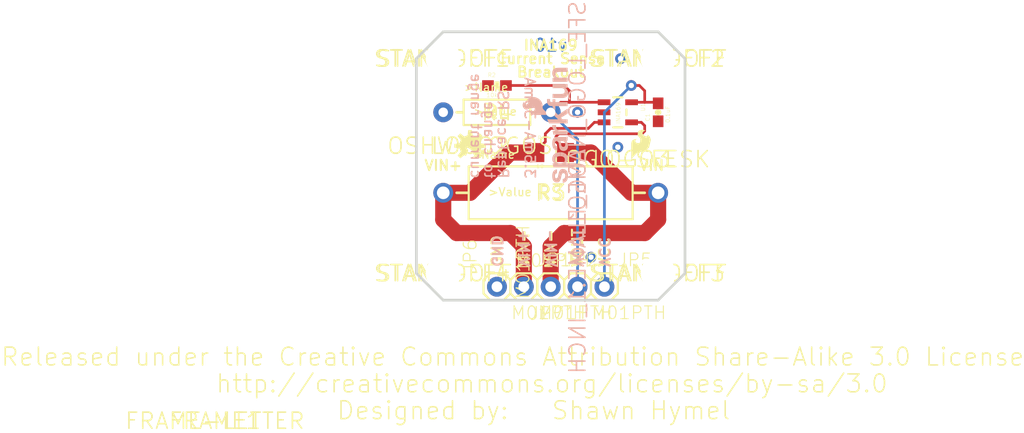
<source format=kicad_pcb>
(kicad_pcb (version 4) (host pcbnew "(2014-jul-16 BZR unknown)-product")

  (general
    (links 15)
    (no_connects 4)
    (area 107.982043 90.84056 168.990442 130.4786)
    (thickness 1.6)
    (drawings 36)
    (tracks 54)
    (zones 0)
    (modules 19)
    (nets 6)
  )

  (page A4)
  (layers
    (0 Top signal)
    (31 Bottom signal)
    (32 B.Adhes user)
    (33 F.Adhes user)
    (34 B.Paste user)
    (35 F.Paste user)
    (36 B.SilkS user)
    (37 F.SilkS user)
    (38 B.Mask user)
    (39 F.Mask user)
    (40 Dwgs.User user)
    (41 Cmts.User user)
    (42 Eco1.User user)
    (43 Eco2.User user)
    (44 Edge.Cuts user)
    (45 Margin user)
    (46 B.CrtYd user)
    (47 F.CrtYd user)
    (48 B.Fab user)
    (49 F.Fab user)
  )

  (setup
    (last_trace_width 0.254)
    (trace_clearance 0.2032)
    (zone_clearance 0.508)
    (zone_45_only no)
    (trace_min 0.254)
    (segment_width 0.2)
    (edge_width 0.15)
    (via_size 0.889)
    (via_drill 0.635)
    (via_min_size 0.889)
    (via_min_drill 0.508)
    (uvia_size 0.508)
    (uvia_drill 0.127)
    (uvias_allowed no)
    (uvia_min_size 0.508)
    (uvia_min_drill 0.127)
    (pcb_text_width 0.3)
    (pcb_text_size 1.5 1.5)
    (mod_edge_width 0.15)
    (mod_text_size 1.5 1.5)
    (mod_text_width 0.15)
    (pad_size 1.524 1.524)
    (pad_drill 0.762)
    (pad_to_mask_clearance 0.2)
    (aux_axis_origin 0 0)
    (visible_elements FFFFFF7F)
    (pcbplotparams
      (layerselection 0x00030_80000001)
      (usegerberextensions false)
      (excludeedgelayer true)
      (linewidth 0.100000)
      (plotframeref false)
      (viasonmask false)
      (mode 1)
      (useauxorigin false)
      (hpglpennumber 1)
      (hpglpenspeed 20)
      (hpglpendiameter 15)
      (hpglpenoverlay 2)
      (psnegative false)
      (psa4output false)
      (plotreference true)
      (plotvalue true)
      (plotinvisibletext false)
      (padsonsilk false)
      (subtractmaskfromsilk false)
      (outputformat 1)
      (mirror false)
      (drillshape 1)
      (scaleselection 1)
      (outputdirectory ""))
  )

  (net 0 "")
  (net 1 VIN+)
  (net 2 VIN-)
  (net 3 VOUT)
  (net 4 GND)
  (net 5 VCC)

  (net_class Default "This is the default net class."
    (clearance 0.2032)
    (trace_width 0.254)
    (via_dia 0.889)
    (via_drill 0.635)
    (uvia_dia 0.508)
    (uvia_drill 0.127)
    (add_net GND)
    (add_net VCC)
    (add_net VIN+)
    (add_net VIN-)
    (add_net VOUT)
  )

  (module CREATIVE_COMMONS (layer Top) (tedit 54A7BCCD) (tstamp 54A7BE9F)
    (at 116.7511 129.1336)
    (fp_text reference FRAME1 (at 0 0) (layer F.SilkS)
      (effects (font (thickness 0.15)))
    )
    (fp_text value FRAME-LETTER (at 0 0) (layer F.SilkS)
      (effects (font (thickness 0.15)))
    )
    (fp_text user "Released under the Creative Commons Attribution Share-Alike 3.0 License" (at -20.32 -5.08) (layer F.SilkS)
      (effects (font (size 1.6891 1.6891) (thickness 0.14224)) (justify left bottom))
    )
    (fp_text user http://creativecommons.org/licenses/by-sa/3.0 (at 0 -2.54) (layer F.SilkS)
      (effects (font (size 1.6891 1.6891) (thickness 0.14224)) (justify left bottom))
    )
    (fp_text user "Designed by:" (at 11.43 0) (layer F.SilkS)
      (effects (font (size 1.6891 1.6891) (thickness 0.14224)) (justify left bottom))
    )
  )

  (module SOT23-5 (layer Top) (tedit 54A7BCCD) (tstamp 54A7BEA5)
    (at 154.8511 99.9236 270)
    (descr "<b>Small Outline Transistor</b>")
    (fp_text reference U1 (at -0.889 -2.159 270) (layer F.SilkS)
      (effects (font (size 0.38608 0.38608) (thickness 0.032512)) (justify right top))
    )
    (fp_text value INA169 (at -0.9525 0.1905 270) (layer F.SilkS)
      (effects (font (size 0.38608 0.38608) (thickness 0.032512)) (justify right top))
    )
    (fp_line (start 1.4224 -0.4294) (end 1.4224 0.4294) (layer F.SilkS) (width 0.2032))
    (fp_line (start 1.4 0.8) (end -1.4 0.8) (layer Dwgs.User) (width 0.1524))
    (fp_line (start -1.4224 0.4294) (end -1.4224 -0.4294) (layer F.SilkS) (width 0.2032))
    (fp_line (start -1.4 -0.8) (end 1.4 -0.8) (layer Dwgs.User) (width 0.1524))
    (fp_line (start -0.2684 -0.8104) (end 0.2684 -0.8104) (layer F.SilkS) (width 0.2032))
    (fp_line (start 1.4 -0.8) (end 1.4 0.8) (layer Dwgs.User) (width 0.1524))
    (fp_line (start -1.4 -0.8) (end -1.4 0.8) (layer Dwgs.User) (width 0.1524))
    (fp_poly (pts (xy -1.2 1.5) (xy -0.7 1.5) (xy -0.7 0.85) (xy -1.2 0.85)) (layer Dwgs.User))
    (fp_poly (pts (xy -0.25 1.5) (xy 0.25 1.5) (xy 0.25 0.85) (xy -0.25 0.85)) (layer Dwgs.User))
    (fp_poly (pts (xy 0.7 1.5) (xy 1.2 1.5) (xy 1.2 0.85) (xy 0.7 0.85)) (layer Dwgs.User))
    (fp_poly (pts (xy 0.7 -0.85) (xy 1.2 -0.85) (xy 1.2 -1.5) (xy 0.7 -1.5)) (layer Dwgs.User))
    (fp_poly (pts (xy -1.2 -0.85) (xy -0.7 -0.85) (xy -0.7 -1.5) (xy -1.2 -1.5)) (layer Dwgs.User))
    (pad 1 smd rect (at -0.95 1.3001 270) (size 0.55 1.2) (layers Top F.Paste F.Mask)
      (net 3 VOUT))
    (pad 2 smd rect (at 0 1.3001 270) (size 0.55 1.2) (layers Top F.Paste F.Mask)
      (net 4 GND))
    (pad 3 smd rect (at 0.95 1.3001 270) (size 0.55 1.2) (layers Top F.Paste F.Mask)
      (net 1 VIN+))
    (pad 4 smd rect (at 0.95 -1.3001 270) (size 0.55 1.2) (layers Top F.Paste F.Mask)
      (net 2 VIN-))
    (pad 5 smd rect (at -0.95 -1.3001 270) (size 0.55 1.2) (layers Top F.Paste F.Mask)
      (net 5 VCC))
  )

  (module 1X01 (layer Top) (tedit 54A7BCCD) (tstamp 54A7BEB9)
    (at 145.9611 116.4336)
    (fp_text reference JP1 (at 1.1938 -1.8288) (layer F.SilkS)
      (effects (font (size 1.2065 1.2065) (thickness 0.1016)) (justify left bottom))
    )
    (fp_text value M01PTH (at -1.27 3.175) (layer F.SilkS)
      (effects (font (size 1.2065 1.2065) (thickness 0.1016)) (justify left bottom))
    )
    (fp_line (start 1.27 -0.635) (end 0.635 -1.27) (layer F.SilkS) (width 0.2032))
    (fp_line (start 0.635 -1.27) (end -0.635 -1.27) (layer F.SilkS) (width 0.2032))
    (fp_line (start -0.635 -1.27) (end -1.27 -0.635) (layer F.SilkS) (width 0.2032))
    (fp_line (start -1.27 -0.635) (end -1.27 0.635) (layer F.SilkS) (width 0.2032))
    (fp_line (start -1.27 0.635) (end -0.635 1.27) (layer F.SilkS) (width 0.2032))
    (fp_line (start -0.635 1.27) (end 0.635 1.27) (layer F.SilkS) (width 0.2032))
    (fp_line (start 0.635 1.27) (end 1.27 0.635) (layer F.SilkS) (width 0.2032))
    (fp_line (start 1.27 0.635) (end 1.27 -0.635) (layer F.SilkS) (width 0.2032))
    (fp_poly (pts (xy -0.254 0.254) (xy 0.254 0.254) (xy 0.254 -0.254) (xy -0.254 -0.254)) (layer Dwgs.User))
    (pad 1 thru_hole circle (at 0 0 90) (size 1.8796 1.8796) (drill 1.016) (layers *.Cu *.Mask)
      (net 1 VIN+))
  )

  (module 1X01 (layer Top) (tedit 54A7BCCD) (tstamp 54A7BEC6)
    (at 148.5011 116.4336)
    (fp_text reference JP2 (at 1.1938 -1.8288) (layer F.SilkS)
      (effects (font (size 1.2065 1.2065) (thickness 0.1016)) (justify left bottom))
    )
    (fp_text value M01PTH (at -1.27 3.175) (layer F.SilkS)
      (effects (font (size 1.2065 1.2065) (thickness 0.1016)) (justify left bottom))
    )
    (fp_line (start 1.27 -0.635) (end 0.635 -1.27) (layer F.SilkS) (width 0.2032))
    (fp_line (start 0.635 -1.27) (end -0.635 -1.27) (layer F.SilkS) (width 0.2032))
    (fp_line (start -0.635 -1.27) (end -1.27 -0.635) (layer F.SilkS) (width 0.2032))
    (fp_line (start -1.27 -0.635) (end -1.27 0.635) (layer F.SilkS) (width 0.2032))
    (fp_line (start -1.27 0.635) (end -0.635 1.27) (layer F.SilkS) (width 0.2032))
    (fp_line (start -0.635 1.27) (end 0.635 1.27) (layer F.SilkS) (width 0.2032))
    (fp_line (start 0.635 1.27) (end 1.27 0.635) (layer F.SilkS) (width 0.2032))
    (fp_line (start 1.27 0.635) (end 1.27 -0.635) (layer F.SilkS) (width 0.2032))
    (fp_poly (pts (xy -0.254 0.254) (xy 0.254 0.254) (xy 0.254 -0.254) (xy -0.254 -0.254)) (layer Dwgs.User))
    (pad 1 thru_hole circle (at 0 0 90) (size 1.8796 1.8796) (drill 1.016) (layers *.Cu *.Mask)
      (net 2 VIN-))
  )

  (module 1X01 (layer Top) (tedit 54A7BCCD) (tstamp 54A7BED3)
    (at 153.5811 116.4336)
    (fp_text reference JP5 (at 1.1938 -1.8288) (layer F.SilkS)
      (effects (font (size 1.2065 1.2065) (thickness 0.1016)) (justify left bottom))
    )
    (fp_text value M01PTH (at -1.27 3.175) (layer F.SilkS)
      (effects (font (size 1.2065 1.2065) (thickness 0.1016)) (justify left bottom))
    )
    (fp_line (start 1.27 -0.635) (end 0.635 -1.27) (layer F.SilkS) (width 0.2032))
    (fp_line (start 0.635 -1.27) (end -0.635 -1.27) (layer F.SilkS) (width 0.2032))
    (fp_line (start -0.635 -1.27) (end -1.27 -0.635) (layer F.SilkS) (width 0.2032))
    (fp_line (start -1.27 -0.635) (end -1.27 0.635) (layer F.SilkS) (width 0.2032))
    (fp_line (start -1.27 0.635) (end -0.635 1.27) (layer F.SilkS) (width 0.2032))
    (fp_line (start -0.635 1.27) (end 0.635 1.27) (layer F.SilkS) (width 0.2032))
    (fp_line (start 0.635 1.27) (end 1.27 0.635) (layer F.SilkS) (width 0.2032))
    (fp_line (start 1.27 0.635) (end 1.27 -0.635) (layer F.SilkS) (width 0.2032))
    (fp_poly (pts (xy -0.254 0.254) (xy 0.254 0.254) (xy 0.254 -0.254) (xy -0.254 -0.254)) (layer Dwgs.User))
    (pad 1 thru_hole circle (at 0 0 90) (size 1.8796 1.8796) (drill 1.016) (layers *.Cu *.Mask)
      (net 5 VCC))
  )

  (module 1X01 (layer Top) (tedit 54A7BCCD) (tstamp 54A7BEE0)
    (at 143.4211 116.4336 90)
    (fp_text reference JP6 (at 1.1938 -1.8288 90) (layer F.SilkS)
      (effects (font (size 1.2065 1.2065) (thickness 0.1016)) (justify left bottom))
    )
    (fp_text value M01PTH (at -1.27 3.175 90) (layer F.SilkS)
      (effects (font (size 1.2065 1.2065) (thickness 0.1016)) (justify left bottom))
    )
    (fp_line (start 1.27 -0.635) (end 0.635 -1.27) (layer F.SilkS) (width 0.2032))
    (fp_line (start 0.635 -1.27) (end -0.635 -1.27) (layer F.SilkS) (width 0.2032))
    (fp_line (start -0.635 -1.27) (end -1.27 -0.635) (layer F.SilkS) (width 0.2032))
    (fp_line (start -1.27 -0.635) (end -1.27 0.635) (layer F.SilkS) (width 0.2032))
    (fp_line (start -1.27 0.635) (end -0.635 1.27) (layer F.SilkS) (width 0.2032))
    (fp_line (start -0.635 1.27) (end 0.635 1.27) (layer F.SilkS) (width 0.2032))
    (fp_line (start 0.635 1.27) (end 1.27 0.635) (layer F.SilkS) (width 0.2032))
    (fp_line (start 1.27 0.635) (end 1.27 -0.635) (layer F.SilkS) (width 0.2032))
    (fp_poly (pts (xy -0.254 0.254) (xy 0.254 0.254) (xy 0.254 -0.254) (xy -0.254 -0.254)) (layer Dwgs.User))
    (pad 1 thru_hole circle (at 0 0 180) (size 1.8796 1.8796) (drill 1.016) (layers *.Cu *.Mask)
      (net 4 GND))
  )

  (module 1X01 (layer Top) (tedit 54A7BCCD) (tstamp 54A7BEED)
    (at 151.0411 116.4336 180)
    (fp_text reference JP7 (at 1.1938 -1.8288 180) (layer F.SilkS)
      (effects (font (size 1.2065 1.2065) (thickness 0.1016)) (justify right top))
    )
    (fp_text value M01PTH (at -1.27 3.175 180) (layer F.SilkS)
      (effects (font (size 1.2065 1.2065) (thickness 0.1016)) (justify right top))
    )
    (fp_line (start 1.27 -0.635) (end 0.635 -1.27) (layer F.SilkS) (width 0.2032))
    (fp_line (start 0.635 -1.27) (end -0.635 -1.27) (layer F.SilkS) (width 0.2032))
    (fp_line (start -0.635 -1.27) (end -1.27 -0.635) (layer F.SilkS) (width 0.2032))
    (fp_line (start -1.27 -0.635) (end -1.27 0.635) (layer F.SilkS) (width 0.2032))
    (fp_line (start -1.27 0.635) (end -0.635 1.27) (layer F.SilkS) (width 0.2032))
    (fp_line (start -0.635 1.27) (end 0.635 1.27) (layer F.SilkS) (width 0.2032))
    (fp_line (start 0.635 1.27) (end 1.27 0.635) (layer F.SilkS) (width 0.2032))
    (fp_line (start 1.27 0.635) (end 1.27 -0.635) (layer F.SilkS) (width 0.2032))
    (fp_poly (pts (xy -0.254 0.254) (xy 0.254 0.254) (xy 0.254 -0.254) (xy -0.254 -0.254)) (layer Dwgs.User))
    (pad 1 thru_hole circle (at 0 0 270) (size 1.8796 1.8796) (drill 1.016) (layers *.Cu *.Mask)
      (net 3 VOUT))
  )

  (module 0603-CAP (layer Top) (tedit 54A7BCCD) (tstamp 54A7BEFA)
    (at 158.6611 99.9236 90)
    (fp_text reference C1 (at -0.889 -0.762 90) (layer F.SilkS)
      (effects (font (size 0.38608 0.38608) (thickness 0.032512)) (justify left bottom))
    )
    (fp_text value 0.1uF (at -1.016 1.143 90) (layer F.SilkS)
      (effects (font (size 0.38608 0.38608) (thickness 0.032512)) (justify left bottom))
    )
    (fp_line (start -0.356 -0.432) (end 0.356 -0.432) (layer Dwgs.User) (width 0.1016))
    (fp_line (start -0.356 0.419) (end 0.356 0.419) (layer Dwgs.User) (width 0.1016))
    (fp_line (start 0 -0.0305) (end 0 0.0305) (layer F.SilkS) (width 0.5588))
    (fp_poly (pts (xy -0.8382 0.4699) (xy -0.3381 0.4699) (xy -0.3381 -0.4801) (xy -0.8382 -0.4801)) (layer Dwgs.User))
    (fp_poly (pts (xy 0.3302 0.4699) (xy 0.8303 0.4699) (xy 0.8303 -0.4801) (xy 0.3302 -0.4801)) (layer Dwgs.User))
    (fp_poly (pts (xy -0.1999 0.3) (xy 0.1999 0.3) (xy 0.1999 -0.3) (xy -0.1999 -0.3)) (layer F.Adhes))
    (pad 1 smd rect (at -0.85 0 90) (size 1.1 1) (layers Top F.Paste F.Mask)
      (net 4 GND))
    (pad 2 smd rect (at 0.85 0 90) (size 1.1 1) (layers Top F.Paste F.Mask)
      (net 5 VCC))
  )

  (module STAND-OFF (layer Top) (tedit 54A7BCCD) (tstamp 54A7BF05)
    (at 138.3411 94.8436)
    (descr "<b>Stand Off</b><p> This is the mechanical footprint for a #4 phillips button head screw. Use the keepout ring to avoid running the screw head into surrounding components. SKU : PRT-00447")
    (fp_text reference STANDOFF1 (at 0 0) (layer F.SilkS)
      (effects (font (thickness 0.15)))
    )
    (fp_text value STAND-OFF (at 0 0) (layer F.SilkS)
      (effects (font (thickness 0.15)))
    )
    (fp_circle (center 0 0) (end 2.794 0) (layer Cmts.User) (width 0.127))
    (pad "" np_thru_hole circle (at 0 0) (size 3.302 3.302) (drill 3.302) (layers *.Cu))
  )

  (module STAND-OFF (layer Top) (tedit 54A7BCCD) (tstamp 54A7BF0A)
    (at 158.6611 94.8436)
    (descr "<b>Stand Off</b><p> This is the mechanical footprint for a #4 phillips button head screw. Use the keepout ring to avoid running the screw head into surrounding components. SKU : PRT-00447")
    (fp_text reference STANDOFF2 (at 0 0) (layer F.SilkS)
      (effects (font (thickness 0.15)))
    )
    (fp_text value STAND-OFF (at 0 0) (layer F.SilkS)
      (effects (font (thickness 0.15)))
    )
    (fp_circle (center 0 0) (end 2.794 0) (layer Cmts.User) (width 0.127))
    (pad "" np_thru_hole circle (at 0 0) (size 3.302 3.302) (drill 3.302) (layers *.Cu))
  )

  (module STAND-OFF (layer Top) (tedit 54A7BCCD) (tstamp 54A7BF0F)
    (at 158.6611 115.1636)
    (descr "<b>Stand Off</b><p> This is the mechanical footprint for a #4 phillips button head screw. Use the keepout ring to avoid running the screw head into surrounding components. SKU : PRT-00447")
    (fp_text reference STANDOFF3 (at 0 0) (layer F.SilkS)
      (effects (font (thickness 0.15)))
    )
    (fp_text value STAND-OFF (at 0 0) (layer F.SilkS)
      (effects (font (thickness 0.15)))
    )
    (fp_circle (center 0 0) (end 2.794 0) (layer Cmts.User) (width 0.127))
    (pad "" np_thru_hole circle (at 0 0) (size 3.302 3.302) (drill 3.302) (layers *.Cu))
  )

  (module STAND-OFF (layer Top) (tedit 54A7BCCD) (tstamp 54A7BF14)
    (at 138.3411 115.1636)
    (descr "<b>Stand Off</b><p> This is the mechanical footprint for a #4 phillips button head screw. Use the keepout ring to avoid running the screw head into surrounding components. SKU : PRT-00447")
    (fp_text reference STANDOFF4 (at 0 0) (layer F.SilkS)
      (effects (font (thickness 0.15)))
    )
    (fp_text value STAND-OFF (at 0 0) (layer F.SilkS)
      (effects (font (thickness 0.15)))
    )
    (fp_circle (center 0 0) (end 2.794 0) (layer Cmts.User) (width 0.127))
    (pad "" np_thru_hole circle (at 0 0) (size 3.302 3.302) (drill 3.302) (layers *.Cu))
  )

  (module SFE_LOGO_NAME_FLAME_.1 (layer Bottom) (tedit 54A7BCCD) (tstamp 54A7BF19)
    (at 151.0411 107.0356 90)
    (fp_text reference LOGO1 (at 0 0 90) (layer B.SilkS)
      (effects (font (thickness 0.15)) (justify mirror))
    )
    (fp_text value SFE_LOGO_NAME_FLAME.1_INCH (at 0 0 90) (layer B.SilkS)
      (effects (font (thickness 0.15)) (justify mirror))
    )
    (fp_poly (pts (xy 0.81 -1.4) (xy 0.81 -1.34) (xy 0.83 -1.29) (xy 0.86 -1.25)
      (xy 0.9 -1.22) (xy 0.94 -1.19) (xy 1 -1.18) (xy 1.05 -1.17)
      (xy 1.11 -1.16) (xy 1.15 -1.17) (xy 1.19 -1.17) (xy 1.23 -1.18)
      (xy 1.27 -1.2) (xy 1.31 -1.23) (xy 1.34 -1.26) (xy 1.35 -1.3)
      (xy 1.36 -1.34) (xy 1.35 -1.38) (xy 1.33 -1.42) (xy 1.29 -1.45)
      (xy 1.24 -1.48) (xy 1.18 -1.5) (xy 1.1 -1.52) (xy 1.02 -1.54)
      (xy 0.92 -1.56) (xy 0.83 -1.58) (xy 0.75 -1.61) (xy 0.68 -1.64)
      (xy 0.61 -1.68) (xy 0.55 -1.72) (xy 0.51 -1.78) (xy 0.48 -1.85)
      (xy 0.47 -1.94) (xy 0.48 -2.06) (xy 0.52 -2.16) (xy 0.59 -2.24)
      (xy 0.66 -2.3) (xy 0.76 -2.35) (xy 0.86 -2.37) (xy 0.97 -2.39)
      (xy 1.09 -2.39) (xy 1.2 -2.39) (xy 1.31 -2.37) (xy 1.41 -2.34)
      (xy 1.5 -2.3) (xy 1.58 -2.24) (xy 1.64 -2.16) (xy 1.69 -2.06)
      (xy 1.71 -1.94) (xy 1.66 -1.94) (xy 1.62 -1.94) (xy 1.57 -1.94)
      (xy 1.53 -1.94) (xy 1.48 -1.94) (xy 1.43 -1.94) (xy 1.39 -1.94)
      (xy 1.34 -1.94) (xy 1.33 -1.99) (xy 1.31 -2.04) (xy 1.29 -2.07)
      (xy 1.26 -2.09) (xy 1.22 -2.11) (xy 1.17 -2.13) (xy 1.13 -2.13)
      (xy 1.08 -2.13) (xy 1.04 -2.13) (xy 1 -2.13) (xy 0.97 -2.12)
      (xy 0.93 -2.11) (xy 0.9 -2.1) (xy 0.88 -2.07) (xy 0.86 -2.04)
      (xy 0.86 -2) (xy 0.87 -1.96) (xy 0.9 -1.92) (xy 0.94 -1.89)
      (xy 1 -1.86) (xy 1.06 -1.84) (xy 1.14 -1.83) (xy 1.22 -1.81)
      (xy 1.3 -1.79) (xy 1.38 -1.77) (xy 1.47 -1.75) (xy 1.54 -1.71)
      (xy 1.61 -1.67) (xy 1.67 -1.62) (xy 1.71 -1.56) (xy 1.74 -1.49)
      (xy 1.75 -1.4) (xy 1.73 -1.27) (xy 1.69 -1.16) (xy 1.63 -1.08)
      (xy 1.55 -1.01) (xy 1.45 -0.96) (xy 1.34 -0.93) (xy 1.22 -0.91)
      (xy 1.1 -0.9) (xy 0.98 -0.91) (xy 0.86 -0.93) (xy 0.75 -0.96)
      (xy 0.65 -1.01) (xy 0.57 -1.08) (xy 0.5 -1.17) (xy 0.46 -1.27)
      (xy 0.44 -1.4) (xy 0.48 -1.4) (xy 0.53 -1.4) (xy 0.58 -1.4)
      (xy 0.62 -1.4) (xy 0.67 -1.4) (xy 0.71 -1.4) (xy 0.76 -1.4)) (layer B.SilkS))
    (fp_poly (pts (xy 2.91 -1.4) (xy 2.94 -1.48) (xy 2.95 -1.56) (xy 2.95 -1.64)
      (xy 3.34 -1.63) (xy 3.33 -1.49) (xy 3.3 -1.36) (xy 3.25 -1.24)) (layer B.SilkS))
    (fp_poly (pts (xy 3.25 -1.24) (xy 3.19 -1.13) (xy 3.1 -1.04) (xy 2.99 -0.96)
      (xy 2.87 -0.92) (xy 2.72 -0.9) (xy 2.66 -0.91) (xy 2.6 -0.92)
      (xy 2.54 -0.93) (xy 2.48 -0.96) (xy 2.43 -0.99) (xy 2.38 -1.02)
      (xy 2.34 -1.07) (xy 2.3 -1.12) (xy 2.29 -1.12) (xy 2.29 -0.99)
      (xy 2.29 -0.86) (xy 2.29 -0.74) (xy 2.29 -0.61) (xy 2.29 -0.48)
      (xy 2.29 -0.35) (xy 2.29 -0.23) (xy 2.29 -0.1) (xy 2.25 -0.14)
      (xy 2.2 -0.19) (xy 2.15 -0.23) (xy 2.1 -0.27) (xy 2.05 -0.31)
      (xy 2 -0.36) (xy 1.96 -0.4) (xy 1.91 -0.44) (xy 1.91 -0.68)
      (xy 1.91 -0.91) (xy 1.91 -1.14) (xy 1.91 -1.37) (xy 1.91 -1.6)
      (xy 1.91 -1.83) (xy 1.91 -2.06) (xy 1.91 -2.29) (xy 1.95 -2.3)
      (xy 2 -2.31) (xy 2.05 -2.31) (xy 2.09 -2.32) (xy 2.14 -2.33)
      (xy 2.18 -2.34) (xy 2.23 -2.35) (xy 2.28 -2.36) (xy 2.28 -2.33)
      (xy 2.28 -2.31) (xy 2.28 -2.29) (xy 2.28 -2.27) (xy 2.28 -2.24)
      (xy 2.28 -2.22) (xy 2.28 -2.2) (xy 2.28 -2.18) (xy 2.32 -2.23)
      (xy 2.36 -2.27) (xy 2.41 -2.31) (xy 2.46 -2.34) (xy 2.51 -2.37)
      (xy 2.57 -2.38) (xy 2.63 -2.39) (xy 2.7 -2.39) (xy 2.85 -2.38)
      (xy 2.99 -2.33) (xy 3.1 -2.26) (xy 3.19 -2.16) (xy 3.26 -2.05)
      (xy 3.3 -1.92) (xy 3.33 -1.78) (xy 3.34 -1.63) (xy 2.95 -1.64)
      (xy 2.95 -1.73) (xy 2.94 -1.81) (xy 2.91 -1.89) (xy 2.88 -1.96)
      (xy 2.83 -2.02) (xy 2.77 -2.06) (xy 2.7 -2.09) (xy 2.61 -2.1)
      (xy 2.53 -2.09) (xy 2.45 -2.06) (xy 2.4 -2.02) (xy 2.35 -1.96)
      (xy 2.32 -1.89) (xy 2.29 -1.81) (xy 2.28 -1.73) (xy 2.28 -1.64)
      (xy 2.28 -1.56) (xy 2.3 -1.48) (xy 2.32 -1.4) (xy 2.35 -1.33)
      (xy 2.4 -1.28) (xy 2.46 -1.23) (xy 2.53 -1.21) (xy 2.62 -1.2)
      (xy 2.7 -1.21) (xy 2.78 -1.23) (xy 2.84 -1.28) (xy 2.88 -1.33)
      (xy 2.91 -1.4)) (layer B.SilkS))
    (fp_poly (pts (xy 3.93 -1.75) (xy 4.02 -1.76) (xy 4.11 -1.77) (xy 4.18 -1.78)
      (xy 4.23 -1.58) (xy 4.21 -1.57) (xy 4.19 -1.57) (xy 4.16 -1.56)
      (xy 4.14 -1.56) (xy 4.12 -1.56) (xy 4.09 -1.55) (xy 4.07 -1.55)
      (xy 4.05 -1.55) (xy 4.03 -1.54) (xy 4.01 -1.54)) (layer B.SilkS))
    (fp_poly (pts (xy 4.01 -1.54) (xy 3.98 -1.53) (xy 3.96 -1.52) (xy 3.95 -1.51)
      (xy 3.93 -1.5) (xy 3.91 -1.49) (xy 3.9 -1.48) (xy 3.88 -1.47)
      (xy 3.87 -1.45) (xy 3.86 -1.43) (xy 3.85 -1.41) (xy 3.85 -1.39)
      (xy 3.84 -1.37) (xy 3.84 -1.34) (xy 3.84 -1.32) (xy 3.85 -1.29)
      (xy 3.85 -1.27) (xy 3.86 -1.25) (xy 3.87 -1.24) (xy 3.88 -1.22)
      (xy 3.9 -1.21) (xy 3.91 -1.2) (xy 3.93 -1.19) (xy 3.95 -1.18)
      (xy 3.97 -1.18) (xy 3.99 -1.17) (xy 4.01 -1.17) (xy 4.03 -1.16)
      (xy 4.06 -1.16) (xy 4.08 -1.16) (xy 4.13 -1.17) (xy 4.18 -1.17)
      (xy 4.22 -1.19) (xy 4.26 -1.2) (xy 4.29 -1.22) (xy 4.31 -1.24)
      (xy 4.33 -1.27) (xy 4.35 -1.29) (xy 4.36 -1.32) (xy 4.37 -1.35)
      (xy 4.38 -1.37) (xy 4.39 -1.4) (xy 4.39 -1.43) (xy 4.39 -1.45)
      (xy 4.39 -1.47) (xy 4.39 -1.49) (xy 4.39 -1.5) (xy 4.39 -1.51)
      (xy 4.39 -1.52) (xy 4.39 -1.53) (xy 4.39 -1.54) (xy 4.39 -1.55)
      (xy 4.39 -1.56) (xy 4.39 -1.57) (xy 4.39 -1.58) (xy 4.39 -1.59)
      (xy 4.39 -1.6) (xy 4.39 -1.61) (xy 4.39 -1.62) (xy 4.39 -1.63)
      (xy 4.38 -1.62) (xy 4.37 -1.61) (xy 4.35 -1.61) (xy 4.33 -1.6)
      (xy 4.31 -1.59) (xy 4.29 -1.59) (xy 4.27 -1.58) (xy 4.25 -1.58)
      (xy 4.23 -1.58) (xy 4.18 -1.78) (xy 4.25 -1.8) (xy 4.31 -1.82)
      (xy 4.36 -1.85) (xy 4.39 -1.89) (xy 4.39 -1.94) (xy 4.39 -1.97)
      (xy 4.39 -2) (xy 4.38 -2.02) (xy 4.37 -2.04) (xy 4.36 -2.06)
      (xy 4.35 -2.07) (xy 4.34 -2.09) (xy 4.32 -2.1) (xy 4.3 -2.11)
      (xy 4.28 -2.12) (xy 4.26 -2.12) (xy 4.24 -2.13) (xy 4.22 -2.13)
      (xy 4.19 -2.13) (xy 4.17 -2.13) (xy 4.14 -2.13) (xy 4.12 -2.13)
      (xy 4.09 -2.13) (xy 4.06 -2.13) (xy 4.04 -2.12) (xy 4.02 -2.11)
      (xy 4 -2.1) (xy 3.98 -2.09) (xy 3.96 -2.08) (xy 3.95 -2.07)
      (xy 3.93 -2.05) (xy 3.92 -2.04) (xy 3.91 -2.02) (xy 3.9 -1.99)
      (xy 3.89 -1.97) (xy 3.89 -1.95) (xy 3.89 -1.92) (xy 3.86 -1.92)
      (xy 3.84 -1.92) (xy 3.81 -1.92) (xy 3.79 -1.92) (xy 3.76 -1.92)
      (xy 3.74 -1.92) (xy 3.72 -1.92) (xy 3.69 -1.92) (xy 3.67 -1.92)
      (xy 3.64 -1.92) (xy 3.62 -1.92) (xy 3.59 -1.92) (xy 3.57 -1.92)
      (xy 3.55 -1.92) (xy 3.52 -1.92) (xy 3.5 -1.92) (xy 3.51 -1.98)
      (xy 3.52 -2.04) (xy 3.54 -2.1) (xy 3.57 -2.14) (xy 3.6 -2.19)
      (xy 3.63 -2.23) (xy 3.67 -2.26) (xy 3.72 -2.29) (xy 3.77 -2.32)
      (xy 3.82 -2.34) (xy 3.87 -2.35) (xy 3.93 -2.37) (xy 3.99 -2.38)
      (xy 4.04 -2.39) (xy 4.1 -2.39) (xy 4.16 -2.39) (xy 4.22 -2.39)
      (xy 4.27 -2.39) (xy 4.32 -2.38) (xy 4.38 -2.38) (xy 4.43 -2.37)
      (xy 4.48 -2.35) (xy 4.53 -2.34) (xy 4.58 -2.32) (xy 4.62 -2.29)
      (xy 4.66 -2.26) (xy 4.7 -2.23) (xy 4.73 -2.19) (xy 4.75 -2.15)
      (xy 4.77 -2.1) (xy 4.78 -2.05) (xy 4.78 -1.99) (xy 4.78 -1.94)
      (xy 4.78 -1.9) (xy 4.78 -1.85) (xy 4.78 -1.8) (xy 4.78 -1.76)
      (xy 4.78 -1.71) (xy 4.78 -1.67) (xy 4.78 -1.62) (xy 4.78 -1.57)
      (xy 4.78 -1.53) (xy 4.78 -1.48) (xy 4.78 -1.44) (xy 4.78 -1.39)
      (xy 4.78 -1.34) (xy 4.78 -1.3) (xy 4.78 -1.25) (xy 4.78 -1.23)
      (xy 4.78 -1.2) (xy 4.78 -1.18) (xy 4.79 -1.16) (xy 4.79 -1.13)
      (xy 4.79 -1.11) (xy 4.79 -1.09) (xy 4.79 -1.07) (xy 4.8 -1.05)
      (xy 4.8 -1.03) (xy 4.81 -1.01) (xy 4.81 -0.99) (xy 4.81 -0.98)
      (xy 4.82 -0.96) (xy 4.83 -0.95) (xy 4.83 -0.94) (xy 4.81 -0.94)
      (xy 4.78 -0.94) (xy 4.76 -0.94) (xy 4.73 -0.94) (xy 4.71 -0.94)
      (xy 4.68 -0.94) (xy 4.66 -0.94) (xy 4.64 -0.94) (xy 4.61 -0.94)
      (xy 4.59 -0.94) (xy 4.56 -0.94) (xy 4.54 -0.94) (xy 4.51 -0.94)
      (xy 4.49 -0.94) (xy 4.46 -0.94) (xy 4.44 -0.94) (xy 4.44 -0.95)
      (xy 4.43 -0.96) (xy 4.43 -0.97) (xy 4.42 -0.98) (xy 4.42 -0.99)
      (xy 4.42 -1) (xy 4.42 -1.01) (xy 4.41 -1.02) (xy 4.41 -1.03)
      (xy 4.41 -1.04) (xy 4.41 -1.05) (xy 4.41 -1.06) (xy 4.41 -1.07)
      (xy 4.41 -1.08) (xy 4.39 -1.05) (xy 4.36 -1.03) (xy 4.34 -1.01)
      (xy 4.31 -0.99) (xy 4.28 -0.98) (xy 4.25 -0.96) (xy 4.22 -0.95)
      (xy 4.19 -0.94) (xy 4.16 -0.93) (xy 4.13 -0.92) (xy 4.1 -0.92)
      (xy 4.07 -0.91) (xy 4.03 -0.91) (xy 4 -0.9) (xy 3.97 -0.9)
      (xy 3.94 -0.9) (xy 3.89 -0.9) (xy 3.84 -0.91) (xy 3.79 -0.91)
      (xy 3.75 -0.92) (xy 3.7 -0.94) (xy 3.66 -0.96) (xy 3.63 -0.98)
      (xy 3.59 -1) (xy 3.56 -1.03) (xy 3.54 -1.06) (xy 3.51 -1.1)
      (xy 3.49 -1.13) (xy 3.48 -1.18) (xy 3.46 -1.22) (xy 3.46 -1.27)
      (xy 3.45 -1.32) (xy 3.47 -1.43) (xy 3.5 -1.52) (xy 3.54 -1.59)
      (xy 3.61 -1.65) (xy 3.68 -1.69) (xy 3.76 -1.72) (xy 3.84 -1.74)
      (xy 3.93 -1.75)) (layer B.SilkS))
    (fp_poly (pts (xy 5 -2.29) (xy 5.05 -2.3) (xy 5.09 -2.31) (xy 5.14 -2.31)
      (xy 5.19 -2.32) (xy 5.23 -2.33) (xy 5.28 -2.34) (xy 5.33 -2.35)
      (xy 5.37 -2.36) (xy 5.37 -2.32) (xy 5.37 -2.29) (xy 5.37 -2.26)
      (xy 5.37 -2.22) (xy 5.37 -2.19) (xy 5.37 -2.16) (xy 5.37 -2.13)
      (xy 5.37 -2.09) (xy 5.41 -2.16) (xy 5.45 -2.21) (xy 5.5 -2.27)
      (xy 5.55 -2.31) (xy 5.62 -2.35) (xy 5.68 -2.37) (xy 5.75 -2.39)
      (xy 5.83 -2.39) (xy 5.84 -2.39) (xy 5.85 -2.39) (xy 5.86 -2.39)
      (xy 5.87 -2.39) (xy 5.88 -2.39) (xy 5.89 -2.39) (xy 5.9 -2.38)
      (xy 5.91 -2.38) (xy 5.91 -2.33) (xy 5.91 -2.29) (xy 5.91 -2.24)
      (xy 5.91 -2.2) (xy 5.91 -2.15) (xy 5.91 -2.11) (xy 5.91 -2.06)
      (xy 5.91 -2.02) (xy 5.9 -2.02) (xy 5.88 -2.03) (xy 5.86 -2.03)
      (xy 5.84 -2.03) (xy 5.83 -2.03) (xy 5.81 -2.03) (xy 5.79 -2.03)
      (xy 5.77 -2.03) (xy 5.67 -2.02) (xy 5.59 -2) (xy 5.52 -1.96)
      (xy 5.47 -1.9) (xy 5.43 -1.83) (xy 5.41 -1.76) (xy 5.39 -1.67)
      (xy 5.39 -1.58) (xy 5.39 -1.5) (xy 5.39 -1.42) (xy 5.39 -1.34)
      (xy 5.39 -1.26) (xy 5.39 -1.18) (xy 5.39 -1.1) (xy 5.39 -1.02)
      (xy 5.39 -0.94) (xy 5.34 -0.94) (xy 5.29 -0.94) (xy 5.24 -0.94)
      (xy 5.19 -0.94) (xy 5.14 -0.94) (xy 5.1 -0.94) (xy 5.05 -0.94)
      (xy 5 -0.94) (xy 5 -1.11) (xy 5 -1.28) (xy 5 -1.45)
      (xy 5 -1.62) (xy 5 -1.78) (xy 5 -1.95) (xy 5 -2.12)) (layer B.SilkS))
    (fp_poly (pts (xy 6.06 -2.68) (xy 6.45 -2.89) (xy 6.45 -1.85) (xy 6.94 -2.36)
      (xy 7.4 -2.36) (xy 6.87 -1.84) (xy 7.46 -0.94) (xy 6.99 -0.94)
      (xy 6.6 -1.57) (xy 6.45 -1.43) (xy 6.45 -0.94) (xy 6.06 -0.94)) (layer B.SilkS))
    (fp_poly (pts (xy 7.7 -2.1) (xy 7.65 -2.1) (xy 7.6 -2.1) (xy 7.55 -2.1)
      (xy 7.51 -2.1) (xy 7.46 -2.1) (xy 7.41 -2.1) (xy 7.36 -2.1)
      (xy 7.31 -2.1) (xy 7.35 -2.13) (xy 7.38 -2.16) (xy 7.41 -2.19)
      (xy 7.45 -2.23) (xy 7.48 -2.26) (xy 7.51 -2.29) (xy 7.55 -2.32)
      (xy 7.58 -2.36) (xy 7.59 -2.36) (xy 7.61 -2.36) (xy 7.62 -2.36)
      (xy 7.64 -2.36) (xy 7.65 -2.36) (xy 7.67 -2.36) (xy 7.68 -2.36)
      (xy 7.7 -2.36) (xy 7.7 -2.37) (xy 7.7 -2.38) (xy 7.7 -2.4)
      (xy 7.7 -2.41) (xy 7.7 -2.42) (xy 7.7 -2.44) (xy 7.7 -2.45)
      (xy 7.7 -2.46) (xy 7.7 -2.56) (xy 7.73 -2.64) (xy 7.76 -2.71)
      (xy 7.81 -2.77) (xy 7.88 -2.82) (xy 7.96 -2.86) (xy 8.06 -2.89)
      (xy 8.17 -2.89) (xy 8.2 -2.89) (xy 8.22 -2.89) (xy 8.25 -2.89)
      (xy 8.27 -2.89) (xy 8.3 -2.89) (xy 8.32 -2.89) (xy 8.35 -2.89)
      (xy 8.37 -2.88) (xy 8.37 -2.85) (xy 8.37 -2.81) (xy 8.37 -2.78)
      (xy 8.37 -2.74) (xy 8.37 -2.7) (xy 8.37 -2.67) (xy 8.37 -2.63)
      (xy 8.37 -2.6) (xy 8.36 -2.6) (xy 8.34 -2.6) (xy 8.32 -2.6)
      (xy 8.3 -2.6) (xy 8.29 -2.6) (xy 8.27 -2.6) (xy 8.25 -2.6)
      (xy 8.23 -2.6) (xy 8.2 -2.6) (xy 8.16 -2.59) (xy 8.14 -2.58)
      (xy 8.12 -2.57) (xy 8.1 -2.54) (xy 8.09 -2.52) (xy 8.09 -2.48)
      (xy 8.08 -2.44) (xy 8.08 -2.43) (xy 8.08 -2.42) (xy 8.08 -2.41)
      (xy 8.08 -2.4) (xy 8.08 -2.39) (xy 8.08 -2.38) (xy 8.08 -2.37)
      (xy 8.08 -2.36) (xy 8.12 -2.36) (xy 8.15 -2.36) (xy 8.19 -2.36)
      (xy 8.22 -2.36) (xy 8.25 -2.36) (xy 8.29 -2.36) (xy 8.32 -2.36)
      (xy 8.35 -2.36) (xy 8.35 -2.32) (xy 8.35 -2.29) (xy 8.35 -2.26)
      (xy 8.35 -2.23) (xy 8.35 -2.19) (xy 8.35 -2.16) (xy 8.35 -2.13)
      (xy 8.35 -2.1) (xy 8.32 -2.1) (xy 8.29 -2.1) (xy 8.25 -2.1)
      (xy 8.22 -2.1) (xy 8.19 -2.1) (xy 8.15 -2.1) (xy 8.12 -2.1)
      (xy 8.08 -2.1) (xy 8.08 -1.95) (xy 8.08 -1.81) (xy 8.08 -1.66)
      (xy 8.08 -1.52) (xy 8.08 -1.37) (xy 8.08 -1.23) (xy 8.08 -1.09)
      (xy 8.08 -0.94) (xy 8.04 -0.94) (xy 7.99 -0.94) (xy 7.94 -0.94)
      (xy 7.89 -0.94) (xy 7.84 -0.94) (xy 7.79 -0.94) (xy 7.74 -0.94)
      (xy 7.7 -0.94) (xy 7.7 -1.09) (xy 7.7 -1.23) (xy 7.7 -1.37)
      (xy 7.7 -1.52) (xy 7.7 -1.66) (xy 7.7 -1.81) (xy 7.7 -1.95)) (layer B.SilkS))
    (fp_poly (pts (xy 9.79 -0.94) (xy 9.74 -0.94) (xy 9.7 -0.94) (xy 9.65 -0.94)
      (xy 9.6 -0.94) (xy 9.56 -0.94) (xy 9.51 -0.94) (xy 9.47 -0.94)
      (xy 9.42 -0.94) (xy 9.42 -0.97) (xy 9.42 -0.99) (xy 9.42 -1.02)
      (xy 9.42 -1.04) (xy 9.42 -1.06) (xy 9.42 -1.09) (xy 9.42 -1.11)
      (xy 9.42 -1.14) (xy 9.41 -1.14) (xy 9.37 -1.08) (xy 9.33 -1.03)
      (xy 9.28 -0.99) (xy 9.22 -0.96) (xy 9.17 -0.94) (xy 9.11 -0.92)
      (xy 9.04 -0.91) (xy 8.98 -0.9) (xy 8.84 -0.91) (xy 8.73 -0.95)
      (xy 8.64 -1) (xy 8.57 -1.06) (xy 8.52 -1.15) (xy 8.49 -1.25)
      (xy 8.47 -1.36) (xy 8.47 -1.49) (xy 8.47 -1.59) (xy 8.47 -1.7)
      (xy 8.47 -1.81) (xy 8.47 -1.92) (xy 8.47 -2.03) (xy 8.47 -2.14)
      (xy 8.47 -2.25) (xy 8.47 -2.36) (xy 8.51 -2.36) (xy 8.56 -2.36)
      (xy 8.61 -2.36) (xy 8.66 -2.36) (xy 8.71 -2.36) (xy 8.76 -2.36)
      (xy 8.81 -2.36) (xy 8.85 -2.36) (xy 8.85 -2.26) (xy 8.85 -2.16)
      (xy 8.85 -2.06) (xy 8.85 -1.96) (xy 8.85 -1.86) (xy 8.85 -1.76)
      (xy 8.85 -1.66) (xy 8.85 -1.56) (xy 8.86 -1.48) (xy 8.87 -1.4)
      (xy 8.88 -1.34) (xy 8.91 -1.3) (xy 8.94 -1.26) (xy 8.99 -1.23)
      (xy 9.04 -1.22) (xy 9.1 -1.21) (xy 9.18 -1.22) (xy 9.24 -1.23)
      (xy 9.29 -1.26) (xy 9.33 -1.3) (xy 9.36 -1.36) (xy 9.39 -1.43)
      (xy 9.4 -1.51) (xy 9.4 -1.61) (xy 9.4 -1.71) (xy 9.4 -1.8)
      (xy 9.4 -1.89) (xy 9.4 -1.98) (xy 9.4 -2.08) (xy 9.4 -2.17)
      (xy 9.4 -2.26) (xy 9.4 -2.36) (xy 9.45 -2.36) (xy 9.5 -2.36)
      (xy 9.55 -2.36) (xy 9.6 -2.36) (xy 9.65 -2.36) (xy 9.7 -2.36)
      (xy 9.74 -2.36) (xy 9.79 -2.36) (xy 9.79 -2.18) (xy 9.79 -2)
      (xy 9.79 -1.83) (xy 9.79 -1.65) (xy 9.79 -1.47) (xy 9.79 -1.29)
      (xy 9.79 -1.12)) (layer B.SilkS))
    (fp_poly (pts (xy 10 -2.36) (xy 10.05 -2.36) (xy 10.1 -2.36) (xy 10.14 -2.36)
      (xy 10.19 -2.36) (xy 10.23 -2.36) (xy 10.28 -2.36) (xy 10.33 -2.36)
      (xy 10.37 -2.36) (xy 10.37 -2.33) (xy 10.37 -2.31) (xy 10.37 -2.28)
      (xy 10.37 -2.26) (xy 10.37 -2.23) (xy 10.37 -2.21) (xy 10.37 -2.18)
      (xy 10.37 -2.16) (xy 10.38 -2.16) (xy 10.42 -2.22) (xy 10.46 -2.26)
      (xy 10.51 -2.3) (xy 10.57 -2.34) (xy 10.63 -2.36) (xy 10.69 -2.38)
      (xy 10.75 -2.39) (xy 10.81 -2.39) (xy 10.95 -2.38) (xy 11.06 -2.35)
      (xy 11.15 -2.3) (xy 11.22 -2.23) (xy 11.27 -2.15) (xy 11.3 -2.05)
      (xy 11.32 -1.94) (xy 11.33 -1.81) (xy 11.33 -1.7) (xy 11.33 -1.59)
      (xy 11.33 -1.49) (xy 11.33 -1.38) (xy 11.33 -1.27) (xy 11.33 -1.16)
      (xy 11.33 -1.05) (xy 11.33 -0.94) (xy 11.28 -0.94) (xy 11.23 -0.94)
      (xy 11.18 -0.94) (xy 11.13 -0.94) (xy 11.08 -0.94) (xy 11.03 -0.94)
      (xy 10.99 -0.94) (xy 10.94 -0.94) (xy 10.94 -1.04) (xy 10.94 -1.14)
      (xy 10.94 -1.24) (xy 10.94 -1.34) (xy 10.94 -1.44) (xy 10.94 -1.54)
      (xy 10.94 -1.64) (xy 10.94 -1.74) (xy 10.93 -1.82) (xy 10.92 -1.89)
      (xy 10.91 -1.95) (xy 10.88 -2) (xy 10.85 -2.04) (xy 10.8 -2.07)
      (xy 10.75 -2.08) (xy 10.69 -2.09) (xy 10.61 -2.08) (xy 10.55 -2.07)
      (xy 10.5 -2.04) (xy 10.46 -1.99) (xy 10.43 -1.94) (xy 10.4 -1.87)
      (xy 10.39 -1.78) (xy 10.39 -1.68) (xy 10.39 -1.59) (xy 10.39 -1.5)
      (xy 10.39 -1.41) (xy 10.39 -1.31) (xy 10.39 -1.22) (xy 10.39 -1.13)
      (xy 10.39 -1.03) (xy 10.39 -0.94) (xy 10.34 -0.94) (xy 10.29 -0.94)
      (xy 10.24 -0.94) (xy 10.19 -0.94) (xy 10.14 -0.94) (xy 10.1 -0.94)
      (xy 10.05 -0.94) (xy 10 -0.94) (xy 10 -1.12) (xy 10 -1.3)
      (xy 10 -1.47) (xy 10 -1.65) (xy 10 -1.83) (xy 10 -2)
      (xy 10 -2.18)) (layer B.SilkS))
    (fp_poly (pts (xy 8.25 -4.78) (xy 8.25 -4.76) (xy 8.25 -4.73) (xy 8.25 -4.7)
      (xy 8.24 -4.67) (xy 8.23 -4.64) (xy 8.2 -4.62) (xy 8.17 -4.61)
      (xy 8.14 -4.61) (xy 8.1 -4.61) (xy 8.06 -4.63) (xy 8.02 -4.65)
      (xy 7.99 -4.67) (xy 7.95 -4.7) (xy 7.92 -4.72) (xy 7.89 -4.75)
      (xy 7.87 -4.79) (xy 7.85 -4.82) (xy 7.84 -4.86) (xy 7.83 -4.89)
      (xy 7.84 -4.92) (xy 7.85 -4.94) (xy 7.86 -4.97) (xy 7.88 -5)
      (xy 7.92 -5.03) (xy 7.96 -5.05) (xy 8.01 -5.06) (xy 8.05 -5.07)
      (xy 8.08 -5.07) (xy 8.11 -5.06) (xy 8.13 -5.06) (xy 8.14 -5.06)
      (xy 8.13 -5.07) (xy 8.09 -5.1) (xy 8.03 -5.13) (xy 7.95 -5.16)
      (xy 7.86 -5.19) (xy 7.76 -5.19) (xy 7.65 -5.17) (xy 7.54 -5.11)
      (xy 7.45 -5.03) (xy 7.4 -4.96) (xy 7.37 -4.87) (xy 7.37 -4.79)
      (xy 7.39 -4.7) (xy 7.44 -4.61) (xy 7.51 -4.53) (xy 7.59 -4.44)
      (xy 7.66 -4.36) (xy 7.69 -4.29) (xy 7.69 -4.22) (xy 7.67 -4.16)
      (xy 7.63 -4.11) (xy 7.57 -4.07) (xy 7.49 -4.05) (xy 7.41 -4.05)
      (xy 7.36 -4.06) (xy 7.31 -4.08) (xy 7.28 -4.1) (xy 7.25 -4.13)
      (xy 7.23 -4.17) (xy 7.22 -4.2) (xy 7.22 -4.23) (xy 7.23 -4.26)
      (xy 7.25 -4.29) (xy 7.27 -4.31) (xy 7.29 -4.33) (xy 7.32 -4.34)
      (xy 7.34 -4.35) (xy 7.36 -4.36) (xy 7.37 -4.37) (xy 7.35 -4.38)
      (xy 7.33 -4.38) (xy 7.29 -4.39) (xy 7.25 -4.39) (xy 7.21 -4.39)
      (xy 7.15 -4.38) (xy 7.1 -4.36) (xy 7.05 -4.34) (xy 7.01 -4.31)
      (xy 6.96 -4.28) (xy 6.93 -4.23) (xy 6.9 -4.17) (xy 6.88 -4.11)
      (xy 6.87 -4.02) (xy 6.86 -3.93) (xy 6.86 -3.77) (xy 6.86 -3.61)
      (xy 6.86 -3.45) (xy 6.86 -3.29) (xy 6.86 -3.13) (xy 6.86 -2.97)
      (xy 6.86 -2.81) (xy 6.86 -2.65) (xy 6.87 -2.65) (xy 6.89 -2.68)
      (xy 6.92 -2.71) (xy 6.95 -2.75) (xy 7 -2.8) (xy 7.05 -2.86)
      (xy 7.11 -2.92) (xy 7.16 -2.99) (xy 7.23 -3.06) (xy 7.29 -3.12)
      (xy 7.34 -3.18) (xy 7.39 -3.22) (xy 7.44 -3.26) (xy 7.49 -3.29)
      (xy 7.55 -3.3) (xy 7.62 -3.3) (xy 7.74 -3.3) (xy 7.86 -3.32)
      (xy 7.97 -3.35) (xy 8.07 -3.39) (xy 8.17 -3.45) (xy 8.25 -3.52)
      (xy 8.33 -3.6) (xy 8.4 -3.69) (xy 8.5 -3.87) (xy 8.55 -4.05)
      (xy 8.56 -4.23) (xy 8.53 -4.39) (xy 8.48 -4.53) (xy 8.41 -4.65)
      (xy 8.33 -4.74)) (layer B.SilkS))
  )

  (module OSHW-LOGO-S (layer Top) (tedit 54A7BCCD) (tstamp 54A7BF27)
    (at 140.8811 103.0986)
    (fp_text reference LOGO2 (at 0 0) (layer F.SilkS)
      (effects (font (thickness 0.15)))
    )
    (fp_text value OSHW-LOGOS (at 0 0) (layer F.SilkS)
      (effects (font (thickness 0.15)))
    )
    (fp_poly (pts (xy 0.3947 0.9528) (xy 0.5465 0.8746) (xy 0.9235 1.182) (xy 1.182 0.9235)
      (xy 0.8746 0.5465) (xy 1.0049 0.232) (xy 1.4888 0.1828) (xy 1.4888 -0.1828)
      (xy 1.0049 -0.232) (xy 0.8746 -0.5465) (xy 1.182 -0.9235) (xy 0.9235 -1.182)
      (xy 0.5465 -0.8746) (xy 0.232 -1.0049) (xy 0.1828 -1.4888) (xy -0.1828 -1.4888)
      (xy -0.232 -1.0049) (xy -0.5465 -0.8746) (xy -0.9235 -1.182) (xy -1.182 -0.9235)
      (xy -0.8746 -0.5465) (xy -1.0049 -0.232) (xy -1.4888 -0.1828) (xy -1.4888 0.1828)
      (xy -1.0049 0.232) (xy -0.8746 0.5465) (xy -1.182 0.9235) (xy -0.9235 1.182)
      (xy -0.5465 0.8746) (xy -0.3947 0.9528) (xy -0.1794 0.4331) (xy -0.4688 0)
      (xy 0.1794 0.4331)) (layer F.SilkS))
  )

  (module SFE-LOGO-FLAME (layer Top) (tedit 54A7BCCD) (tstamp 54A7BF2B)
    (at 156.1211 104.3686)
    (fp_text reference LOGO3 (at 0 0) (layer F.SilkS)
      (effects (font (thickness 0.15)))
    )
    (fp_text value LOGO-SFESK (at 0 0) (layer F.SilkS)
      (effects (font (thickness 0.15)))
    )
    (fp_poly (pts (xy 0.5462 -1.8974) (xy 0.4979 -1.905) (xy 0.3099 -1.905) (xy 0.0712 -1.7551)
      (xy 0.0001 -1.5189) (xy 0.0001 -0.0025) (xy 0.4877 -0.5512) (xy 0.6757 -0.6909)
      (xy 0.7519 -0.7112) (xy 0.9805 -0.7112) (xy 1.3717 -0.8204) (xy 1.679 -1.11)
      (xy 1.8593 -1.844) (xy 1.7527 -2.1412) (xy 1.5495 -2.347) (xy 1.5495 -2.2581)
      (xy 1.5418 -2.2301) (xy 1.4733 -2.1666) (xy 1.4529 -2.159) (xy 1.2878 -2.1895)
      (xy 1.1964 -2.2555) (xy 1.1177 -2.3343) (xy 1.0669 -2.4333) (xy 1.0618 -2.4994)
      (xy 1.2015 -2.6695) (xy 1.3056 -2.6899) (xy 1.3666 -2.6899) (xy 1.3665 -2.6899)
      (xy 1.364 -2.6924) (xy 1.2701 -2.7483) (xy 1.2345 -2.7635) (xy 1.2116 -2.7737)
      (xy 1.0338 -2.8042) (xy 0.7849 -2.7356) (xy 0.6376 -2.6137) (xy 0.597 -2.2682)
      (xy 0.8611 -1.938) (xy 0.8332 -1.5799) (xy 0.6528 -1.5189) (xy 0.4446 -1.5824)
      (xy 0.3887 -1.6612) (xy 0.3887 -1.7958) (xy 0.4115 -1.8263) (xy 0.4954 -1.8872)) (layer F.SilkS))
  )

  (module AXIAL-0.8 (layer Top) (tedit 54A7BCCD) (tstamp 54A7BF2F)
    (at 148.5011 107.5436)
    (descr "2W Resistor, 0.8\" wide<p> Yageo CFR series <a href=\"http://www.yageo.com/pdf/yageo/Leaded-R_CFR_2008.pdf\">http://www.yageo.com/pdf/yageo/Leaded-R_CFR_2008.pdf</a>")
    (fp_text reference R3 (at 0 0) (layer F.SilkS)
      (effects (font (thickness 0.15)))
    )
    (fp_text value "" (at 0 0) (layer F.SilkS)
      (effects (font (thickness 0.15)))
    )
    (fp_line (start -7.75 2.5) (end -7.75 -2.5) (layer F.SilkS) (width 0.2032))
    (fp_line (start -7.75 -2.5) (end 7.75 -2.5) (layer F.SilkS) (width 0.2032))
    (fp_line (start 7.75 -2.5) (end 7.75 2.5) (layer F.SilkS) (width 0.2032))
    (fp_line (start 7.75 2.5) (end -7.75 2.5) (layer F.SilkS) (width 0.2032))
    (fp_text user >Name (at -7.62 -3.175) (layer F.SilkS)
      (effects (font (size 0.77216 0.77216) (thickness 0.12192)) (justify left bottom))
    )
    (fp_text user >Value (at -5.969 0.381) (layer F.SilkS)
      (effects (font (size 0.77216 0.77216) (thickness 0.12192)) (justify left bottom))
    )
    (pad P$1 thru_hole circle (at -10.16 0) (size 1.8796 1.8796) (drill 1.2) (layers *.Cu *.Mask)
      (net 1 VIN+))
    (pad P$2 thru_hole circle (at 10.16 0) (size 1.8796 1.8796) (drill 1.2) (layers *.Cu *.Mask)
      (net 2 VIN-))
  )

  (module AXIAL-0.4 (layer Top) (tedit 54A7BCCD) (tstamp 54A7BF3A)
    (at 143.4211 99.9236)
    (descr "1/4W Resistor, 0.4\" wide<p> Yageo CFR series <a href=\"http://www.yageo.com/pdf/yageo/Leaded-R_CFR_2008.pdf\">http://www.yageo.com/pdf/yageo/Leaded-R_CFR_2008.pdf</a>")
    (fp_text reference R4 (at 0 0) (layer F.SilkS)
      (effects (font (thickness 0.15)))
    )
    (fp_text value "" (at 0 0) (layer F.SilkS)
      (effects (font (thickness 0.15)))
    )
    (fp_line (start -3.15 1.2) (end -3.15 -1.2) (layer F.SilkS) (width 0.2032))
    (fp_line (start -3.15 -1.2) (end 3.15 -1.2) (layer F.SilkS) (width 0.2032))
    (fp_line (start 3.15 -1.2) (end 3.15 1.2) (layer F.SilkS) (width 0.2032))
    (fp_line (start 3.15 1.2) (end -3.15 1.2) (layer F.SilkS) (width 0.2032))
    (fp_text user >Name (at -3.175 -1.905) (layer F.SilkS)
      (effects (font (size 0.77216 0.77216) (thickness 0.12192)) (justify left bottom))
    )
    (fp_text user >Value (at -2.286 0.381) (layer F.SilkS)
      (effects (font (size 0.77216 0.77216) (thickness 0.12192)) (justify left bottom))
    )
    (pad P$1 thru_hole circle (at -5.08 0) (size 1.8796 1.8796) (drill 0.9) (layers *.Cu *.Mask)
      (net 4 GND))
    (pad P$2 thru_hole circle (at 5.08 0) (size 1.8796 1.8796) (drill 0.9) (layers *.Cu *.Mask)
      (net 3 VOUT))
  )

  (module 0603-RES (layer Top) (tedit 54A7BCCD) (tstamp 54A7BF45)
    (at 143.4211 97.3836)
    (fp_text reference R2 (at -0.889 -0.762) (layer F.SilkS)
      (effects (font (size 0.38608 0.38608) (thickness 0.032512)) (justify left bottom))
    )
    (fp_text value 10k (at -1.016 1.143) (layer F.SilkS)
      (effects (font (size 0.38608 0.38608) (thickness 0.032512)) (justify left bottom))
    )
    (fp_line (start -0.356 -0.432) (end 0.356 -0.432) (layer Dwgs.User) (width 0.1016))
    (fp_line (start -0.356 0.419) (end 0.356 0.419) (layer Dwgs.User) (width 0.1016))
    (fp_poly (pts (xy -0.8382 0.4699) (xy -0.3381 0.4699) (xy -0.3381 -0.4801) (xy -0.8382 -0.4801)) (layer Dwgs.User))
    (fp_poly (pts (xy 0.3302 0.4699) (xy 0.8303 0.4699) (xy 0.8303 -0.4801) (xy 0.3302 -0.4801)) (layer Dwgs.User))
    (fp_poly (pts (xy -0.1999 0.3) (xy 0.1999 0.3) (xy 0.1999 -0.3) (xy -0.1999 -0.3)) (layer F.Adhes))
    (fp_poly (pts (xy -0.2286 0.381) (xy 0.2286 0.381) (xy 0.2286 -0.381) (xy -0.2286 -0.381)) (layer F.SilkS))
    (pad 1 smd rect (at -0.85 0) (size 1.1 1) (layers Top F.Paste F.Mask)
      (net 4 GND))
    (pad 2 smd rect (at 0.85 0) (size 1.1 1) (layers Top F.Paste F.Mask)
      (net 3 VOUT))
  )

  (module 1206 (layer Top) (tedit 54A7BCCD) (tstamp 54A7BF50)
    (at 148.5011 103.7336)
    (fp_text reference R1 (at -1.27 -1.143) (layer F.SilkS)
      (effects (font (size 0.38608 0.38608) (thickness 0.032512)) (justify left bottom))
    )
    (fp_text value 10 (at -1.397 1.524) (layer F.SilkS)
      (effects (font (size 0.38608 0.38608) (thickness 0.032512)) (justify left bottom))
    )
    (fp_line (start -0.965 -0.787) (end 0.965 -0.787) (layer Dwgs.User) (width 0.1016))
    (fp_line (start -0.965 0.787) (end 0.965 0.787) (layer Dwgs.User) (width 0.1016))
    (fp_poly (pts (xy -1.7018 0.8509) (xy -0.9517 0.8509) (xy -0.9517 -0.8491) (xy -1.7018 -0.8491)) (layer Dwgs.User))
    (fp_poly (pts (xy 0.9517 0.8491) (xy 1.7018 0.8491) (xy 1.7018 -0.8509) (xy 0.9517 -0.8509)) (layer Dwgs.User))
    (fp_poly (pts (xy -0.1999 0.4001) (xy 0.1999 0.4001) (xy 0.1999 -0.4001) (xy -0.1999 -0.4001)) (layer F.Adhes))
    (pad 1 smd rect (at -1.4 0) (size 1.6 1.8) (layers Top F.Paste F.Mask)
      (net 1 VIN+))
    (pad 2 smd rect (at 1.4 0) (size 1.6 1.8) (layers Top F.Paste F.Mask)
      (net 2 VIN-))
  )

  (gr_text VIN+ (at 145.9611 114.6556 90) (layer F.SilkS) (tstamp BB0AC94)
    (effects (font (size 0.9652 0.9652) (thickness 0.19304)) (justify left))
  )
  (gr_text VOUT (at 151.0411 114.6556 90) (layer F.SilkS) (tstamp AF1E74C)
    (effects (font (size 0.9652 0.9652) (thickness 0.19304)) (justify left))
  )
  (gr_text GND (at 143.4211 114.6556 90) (layer F.SilkS) (tstamp AF1ECF4)
    (effects (font (size 0.9652 0.9652) (thickness 0.19304)) (justify left))
  )
  (gr_text VCC (at 153.5811 114.6556 90) (layer F.SilkS) (tstamp BB4867C)
    (effects (font (size 0.9652 0.9652) (thickness 0.19304)) (justify left))
  )
  (gr_text VIN- (at 148.5011 114.6556 90) (layer F.SilkS) (tstamp BB48C44)
    (effects (font (size 0.9652 0.9652) (thickness 0.19304)) (justify left))
  )
  (gr_text VIN- (at 158.6611 105.5116) (layer F.SilkS) (tstamp AF2CA24)
    (effects (font (size 0.9652 0.9652) (thickness 0.19304)) (justify bottom))
  )
  (gr_text VIN+ (at 138.3411 105.5116) (layer F.SilkS) (tstamp AF2CF54)
    (effects (font (size 0.9652 0.9652) (thickness 0.19304)) (justify bottom))
  )
  (gr_text INA169 (at 148.5011 93.5736) (layer F.SilkS) (tstamp A25D3EC)
    (effects (font (size 0.9652 0.9652) (thickness 0.19304)))
  )
  (gr_text Breakout (at 148.5011 96.1136) (layer F.SilkS) (tstamp A25D914)
    (effects (font (size 0.9652 0.9652) (thickness 0.19304)))
  )
  (gr_text v10 (at 148.5011 93.5736) (layer Bottom) (tstamp AF2D464)
    (effects (font (size 1.15824 1.15824) (thickness 0.18288)) (justify mirror))
  )
  (gr_text "Shawn Hymel" (at 148.5011 129.1336) (layer F.SilkS) (tstamp AF2DA24)
    (effects (font (size 1.6891 1.6891) (thickness 0.14224)) (justify left bottom))
  )
  (gr_text "Current Sense" (at 148.5011 94.8436) (layer F.SilkS) (tstamp BA20BC4)
    (effects (font (size 0.9652 0.9652) (thickness 0.19304)))
  )
  (gr_text RS (at 148.5011 107.5436) (layer F.SilkS) (tstamp BA21114)
    (effects (font (size 1.2065 1.2065) (thickness 0.1905)))
  )
  (gr_text RL (at 143.4211 99.9236) (layer F.SilkS) (tstamp B9E74C4)
    (effects (font (size 1.2065 1.2065) (thickness 0.1905)))
  )
  (gr_text 3.5mA-35mA (at 145.9611 106.2736 270) (layer B.SilkS) (tstamp B9E79EC)
    (effects (font (size 0.9652 0.9652) (thickness 0.1524)) (justify left bottom mirror))
  )
  (gr_text "Replace RS" (at 143.4211 106.2736 270) (layer B.SilkS) (tstamp BB0EC14)
    (effects (font (size 0.9652 0.9652) (thickness 0.1524)) (justify left bottom mirror))
  )
  (gr_text "to change" (at 142.1511 106.2736 270) (layer B.SilkS) (tstamp BB0F144)
    (effects (font (size 0.9652 0.9652) (thickness 0.1524)) (justify left bottom mirror))
  )
  (gr_text "current range" (at 140.8811 106.2736 270) (layer B.SilkS) (tstamp BD1DC54)
    (effects (font (size 0.9652 0.9652) (thickness 0.1524)) (justify left bottom mirror))
  )
  (gr_text VIN+ (at 145.9611 114.6556 270) (layer B.SilkS) (tstamp BD1E184)
    (effects (font (size 0.9652 0.9652) (thickness 0.19304)) (justify left mirror))
  )
  (gr_text VOUT (at 151.0411 114.6556 270) (layer B.SilkS) (tstamp BD1E72C)
    (effects (font (size 0.9652 0.9652) (thickness 0.19304)) (justify left mirror))
  )
  (gr_text GND (at 143.4211 114.6556 270) (layer B.SilkS) (tstamp A261AAC)
    (effects (font (size 0.9652 0.9652) (thickness 0.19304)) (justify left mirror))
  )
  (gr_text VCC (at 153.5811 114.6556 270) (layer B.SilkS) (tstamp A262074)
    (effects (font (size 0.9652 0.9652) (thickness 0.19304)) (justify left mirror))
  )
  (gr_text VIN- (at 148.5011 114.6556 270) (layer B.SilkS) (tstamp B9DCA5C)
    (effects (font (size 0.9652 0.9652) (thickness 0.19304)) (justify left mirror))
  )
  (gr_line (start 139.6111 107.5436) (end 140.7033 107.5436) (layer F.SilkS) (width 0.254) (tstamp B9DD40C))
  (gr_line (start 157.3911 107.5436) (end 156.2989 107.5436) (layer F.SilkS) (width 0.254) (tstamp AF275E4))
  (gr_line (start 139.6111 99.9236) (end 140.2207 99.9236) (layer F.SilkS) (width 0.254) (tstamp AF27A5C))
  (gr_line (start 147.2311 99.9236) (end 146.6215 99.9236) (layer F.SilkS) (width 0.254) (tstamp AF27ED4))
  (gr_line (start 138.3411 92.3036) (end 135.8011 94.8436) (layer Edge.Cuts) (width 0.254) (tstamp A25EE6C))
  (gr_line (start 135.8011 94.8436) (end 135.8011 115.1636) (layer Edge.Cuts) (width 0.254) (tstamp B25852C))
  (gr_line (start 135.8011 115.1636) (end 138.3411 117.7036) (layer Edge.Cuts) (width 0.254) (tstamp B2589A4))
  (gr_line (start 138.3411 117.7036) (end 158.6611 117.7036) (layer Edge.Cuts) (width 0.254) (tstamp B258EB4))
  (gr_line (start 158.6611 117.7036) (end 161.2011 115.1636) (layer Edge.Cuts) (width 0.254) (tstamp AC080BC))
  (gr_line (start 161.2011 115.1636) (end 161.2011 94.8436) (layer Edge.Cuts) (width 0.254) (tstamp AC085CC))
  (gr_line (start 161.2011 94.8436) (end 158.6611 92.3036) (layer Edge.Cuts) (width 0.254) (tstamp AC08A44))
  (gr_line (start 158.6611 92.3036) (end 138.3411 92.3036) (layer Edge.Cuts) (width 0.254) (tstamp B259BE4))
  (gr_text "Knock Out" (at 161.2011 92.3036) (layer Dwgs.User) (tstamp B25A05C)
    (effects (font (size 0.9652 0.9652) (thickness 0.1524)) (justify left bottom))
  )

  (via (at 151.0411 99.9236) (size 1.016) (drill 0.508) (layers Top Bottom) (net 0) (tstamp A21F454))
  (via (at 155.1051 94.8436) (size 1.016) (drill 0.508) (layers Top Bottom) (net 0) (tstamp A21F79C))
  (via (at 152.3111 113.6396) (size 1.016) (drill 0.508) (layers Top Bottom) (net 0) (tstamp A21FAE4))
  (via (at 154.8511 103.2256) (size 1.016) (drill 0.508) (layers Top Bottom) (net 0) (tstamp A22004C))
  (segment (start 145.9611 116.4336) (end 145.9611 112.6236) (width 1.524) (layer Top) (net 1) (tstamp BB21124))
  (segment (start 145.9611 112.6236) (end 144.6911 111.3536) (width 1.524) (layer Top) (net 1) (tstamp BB2159C))
  (segment (start 144.6911 111.3536) (end 139.6111 111.3536) (width 1.524) (layer Top) (net 1) (tstamp BB21A14))
  (segment (start 147.1011 103.7336) (end 147.1011 103.6096) (width 0.254) (layer Top) (net 1) (tstamp BB220AC))
  (segment (start 147.1011 103.6096) (end 147.9931 102.7176) (width 0.254) (layer Top) (net 1) (tstamp BB22524))
  (segment (start 147.9931 102.7176) (end 147.9931 101.9556) (width 0.254) (layer Top) (net 1) (tstamp BB2299C))
  (segment (start 147.9931 101.9556) (end 148.5011 101.4476) (width 0.254) (layer Top) (net 1) (tstamp BB22E14))
  (segment (start 148.5011 101.4476) (end 152.0571 101.4476) (width 0.254) (layer Top) (net 1) (tstamp BB2328C))
  (segment (start 153.551 100.8736) (end 152.6311 100.8736) (width 0.254) (layer Top) (net 1) (tstamp BB23704))
  (segment (start 152.6311 100.8736) (end 152.0571 101.4476) (width 0.254) (layer Top) (net 1) (tstamp BB23B7C))
  (segment (start 138.3411 107.5436) (end 140.8811 107.5436) (width 1.524) (layer Top) (net 1) (tstamp BB23FF4))
  (segment (start 140.8811 107.5436) (end 144.6911 103.7336) (width 1.524) (layer Top) (net 1) (tstamp BB2446C))
  (segment (start 144.6911 103.7336) (end 146.7231 103.7336) (width 1.524) (layer Top) (net 1) (tstamp BB248E4))
  (segment (start 146.7231 103.7336) (end 147.1011 103.7336) (width 0.254) (layer Top) (net 1) (tstamp BB24D5C))
  (segment (start 139.6111 111.3536) (end 138.3411 110.0836) (width 1.524) (layer Top) (net 1) (tstamp BB251D4))
  (segment (start 138.3411 110.0836) (end 138.3411 107.5436) (width 1.524) (layer Top) (net 1) (tstamp BB2564C))
  (segment (start 148.5011 116.4336) (end 148.5011 112.6236) (width 1.524) (layer Top) (net 2) (tstamp BB27A04))
  (segment (start 148.5011 112.6236) (end 149.7711 111.3536) (width 1.524) (layer Top) (net 2) (tstamp BB27E7C))
  (segment (start 149.7711 111.3536) (end 157.3911 111.3536) (width 1.524) (layer Top) (net 2) (tstamp BB282F4))
  (segment (start 149.9011 103.7336) (end 149.9011 103.6096) (width 0.254) (layer Top) (net 2) (tstamp BB2898C))
  (segment (start 149.9011 103.6096) (end 149.0091 102.7176) (width 0.254) (layer Top) (net 2) (tstamp BB28E04))
  (segment (start 149.0091 102.7176) (end 149.0091 102.2096) (width 0.254) (layer Top) (net 2) (tstamp BB2927C))
  (segment (start 149.0091 102.2096) (end 149.2631 101.9556) (width 0.254) (layer Top) (net 2) (tstamp BB296F4))
  (segment (start 149.2631 101.9556) (end 157.1371 101.9556) (width 0.254) (layer Top) (net 2) (tstamp BB29B6C))
  (segment (start 157.1371 101.9556) (end 157.3911 101.7016) (width 0.254) (layer Top) (net 2) (tstamp BB29FE4))
  (segment (start 156.1512 100.8736) (end 157.0711 100.8736) (width 0.254) (layer Top) (net 2) (tstamp BB2A45C))
  (segment (start 157.0711 100.8736) (end 157.3911 101.1936) (width 0.254) (layer Top) (net 2) (tstamp BB2A8D4))
  (segment (start 157.3911 101.1936) (end 157.3911 101.7016) (width 0.254) (layer Top) (net 2) (tstamp BB2AD4C))
  (segment (start 158.6611 107.5436) (end 156.1211 107.5436) (width 1.524) (layer Top) (net 2) (tstamp BB2B1C4))
  (segment (start 156.1211 107.5436) (end 152.3111 103.7336) (width 1.524) (layer Top) (net 2) (tstamp BB2B63C))
  (segment (start 152.3111 103.7336) (end 149.9011 103.7336) (width 1.524) (layer Top) (net 2) (tstamp BB2BAB4))
  (segment (start 157.3911 111.3536) (end 158.6611 110.0836) (width 1.524) (layer Top) (net 2) (tstamp A2184F4))
  (segment (start 158.6611 110.0836) (end 158.6611 107.5436) (width 1.524) (layer Top) (net 2) (tstamp A21896C))
  (segment (start 151.0411 116.4336) (end 151.0411 102.4636) (width 0.254) (layer Bottom) (net 3) (tstamp A21AD24))
  (segment (start 151.0411 102.4636) (end 148.5011 99.9236) (width 0.254) (layer Bottom) (net 3) (tstamp A21B19C))
  (segment (start 153.551 98.9736) (end 150.2791 98.9736) (width 0.254) (layer Top) (net 3) (tstamp A21B834))
  (segment (start 150.2791 98.9736) (end 149.4511 98.9736) (width 0.254) (layer Top) (net 3) (tstamp A21BCAC))
  (segment (start 149.4511 98.9736) (end 148.5011 99.9236) (width 0.254) (layer Top) (net 3) (tstamp A21C124))
  (segment (start 144.2711 97.3836) (end 149.7711 97.3836) (width 0.254) (layer Top) (net 3) (tstamp A21C59C))
  (segment (start 149.7711 97.3836) (end 150.2791 97.8916) (width 0.254) (layer Top) (net 3) (tstamp A21CA14))
  (segment (start 150.2791 97.8916) (end 150.2791 98.9736) (width 0.254) (layer Top) (net 3) (tstamp A21CE8C))
  (segment (start 156.1512 98.9736) (end 157.3911 98.9736) (width 0.254) (layer Top) (net 5) (tstamp A220B74))
  (segment (start 157.3911 98.9736) (end 158.5611 98.9736) (width 0.254) (layer Top) (net 5) (tstamp A220FEC))
  (segment (start 158.5611 98.9736) (end 158.6611 99.0736) (width 0.254) (layer Top) (net 5) (tstamp A221464))
  (via (at 156.1211 97.3836) (size 1.016) (drill 0.508) (layers Top Bottom) (net 5) (tstamp A2218DC))
  (segment (start 156.1211 97.3836) (end 156.8831 97.3836) (width 0.254) (layer Top) (net 5) (tstamp A221C24))
  (segment (start 156.8831 97.3836) (end 157.3911 97.8916) (width 0.254) (layer Top) (net 5) (tstamp A22209C))
  (segment (start 157.3911 97.8916) (end 157.3911 98.9736) (width 0.254) (layer Top) (net 5) (tstamp A222514))
  (segment (start 153.5811 116.4336) (end 153.5811 99.9236) (width 0.254) (layer Bottom) (net 5) (tstamp A22298C))
  (segment (start 153.5811 99.9236) (end 156.1211 97.3836) (width 0.254) (layer Bottom) (net 5) (tstamp A222E04))

  (zone (net 1) (net_name VIN+) (layer Top) (tstamp BB25AC4) (hatch edge 0.508)
    (connect_pads yes (clearance 0.508))
    (min_thickness 0.254)
    (fill (arc_segments 32) (thermal_gap 0.508) (thermal_bridge_width 0.508))
    (polygon
      (pts
        (xy 135.8011 106.2736) (xy 140.2461 106.2736) (xy 140.2461 111.3536) (xy 135.8011 111.3536)
      )
    )
  )
  (zone (net 1) (net_name VIN+) (layer Bottom) (tstamp BB26674) (hatch edge 0.508)
    (connect_pads yes (clearance 0.508))
    (min_thickness 0.254)
    (fill (arc_segments 32) (thermal_gap 0.508) (thermal_bridge_width 0.508))
    (polygon
      (pts
        (xy 135.8011 106.2736) (xy 140.2461 106.2736) (xy 140.2461 111.3536) (xy 135.8011 111.3536)
      )
    )
  )
  (zone (net 2) (net_name VIN-) (layer Top) (tstamp A218DE4) (hatch edge 0.508)
    (connect_pads yes (clearance 0.508))
    (min_thickness 0.254)
    (fill (arc_segments 32) (thermal_gap 0.508) (thermal_bridge_width 0.508))
    (polygon
      (pts
        (xy 161.2011 106.2736) (xy 156.7561 106.2736) (xy 156.7561 111.3536) (xy 161.2011 111.3536)
      )
    )
  )
  (zone (net 2) (net_name VIN-) (layer Bottom) (tstamp A219994) (hatch edge 0.508)
    (connect_pads yes (clearance 0.508))
    (min_thickness 0.254)
    (fill (arc_segments 32) (thermal_gap 0.508) (thermal_bridge_width 0.508))
    (polygon
      (pts
        (xy 161.2011 106.2736) (xy 156.7561 106.2736) (xy 156.7561 111.3536) (xy 161.2011 111.3536)
      )
    )
  )
  (zone (net 4) (net_name GND) (layer Top) (tstamp A21D484) (hatch edge 0.508)
    (priority 6)
    (connect_pads (clearance 0.508))
    (min_thickness 0.254)
    (fill (arc_segments 32) (thermal_gap 0.508) (thermal_bridge_width 0.508))
    (polygon
      (pts
        (xy 135.8011 92.3036) (xy 135.8011 117.7036) (xy 161.2011 117.7036) (xy 161.2011 92.3036)
      )
    )
  )
  (zone (net 4) (net_name GND) (layer Bottom) (tstamp A21E02C) (hatch edge 0.508)
    (priority 6)
    (connect_pads (clearance 0.508))
    (min_thickness 0.254)
    (fill (arc_segments 32) (thermal_gap 0.508) (thermal_bridge_width 0.508))
    (polygon
      (pts
        (xy 135.8011 92.3036) (xy 135.8011 117.7036) (xy 161.2011 117.7036) (xy 161.2011 92.3036)
      )
    )
  )
)

</source>
